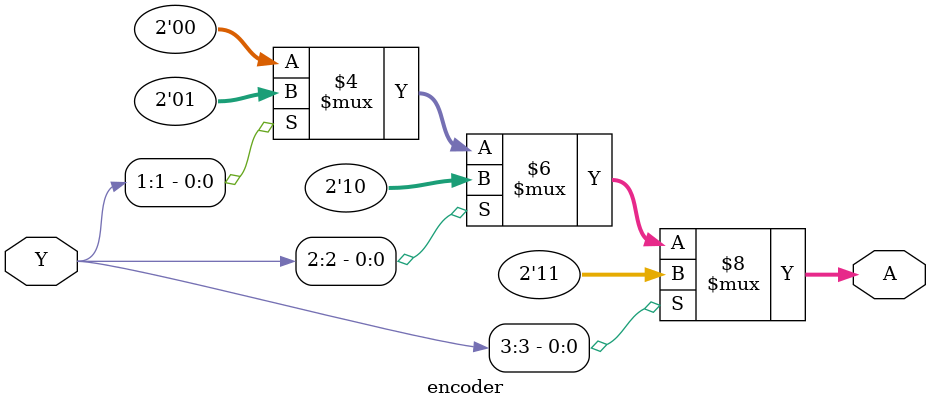
<source format=v>
module encoder (
    input [3:0] Y,
    // output [1:0]A       //use for assign statement
    output reg [1:0]A
);

//using assign statement
/*
assign A[0] = (~Y[3]) & (~Y[2]) & Y[1] | Y[3];
assign A[1] = (~Y[3]) & Y[2] | Y[3];
*/

//using if statement
/*
always @ (*)
    begin
        if (Y[3] == 1'b1) 
            A = 2'b11;
        else if (Y[2] == 1'b1) 
            A = 2'b10;
        else if (Y[1] == 1'b1)
            A = 2'b01;
        else 
            A = 2'b00;
    end
*/

always @ (*)
    begin
        case (1)
            
            //you need to start from backward, otherwise it won't work
            Y[3] : A = 2'b11;
            Y[2] : A = 2'b10;
            Y[1] : A = 2'b01;
            Y[0] : A = 2'b00;
            
            default : A = 2'b00;

        endcase

    end


endmodule
</source>
